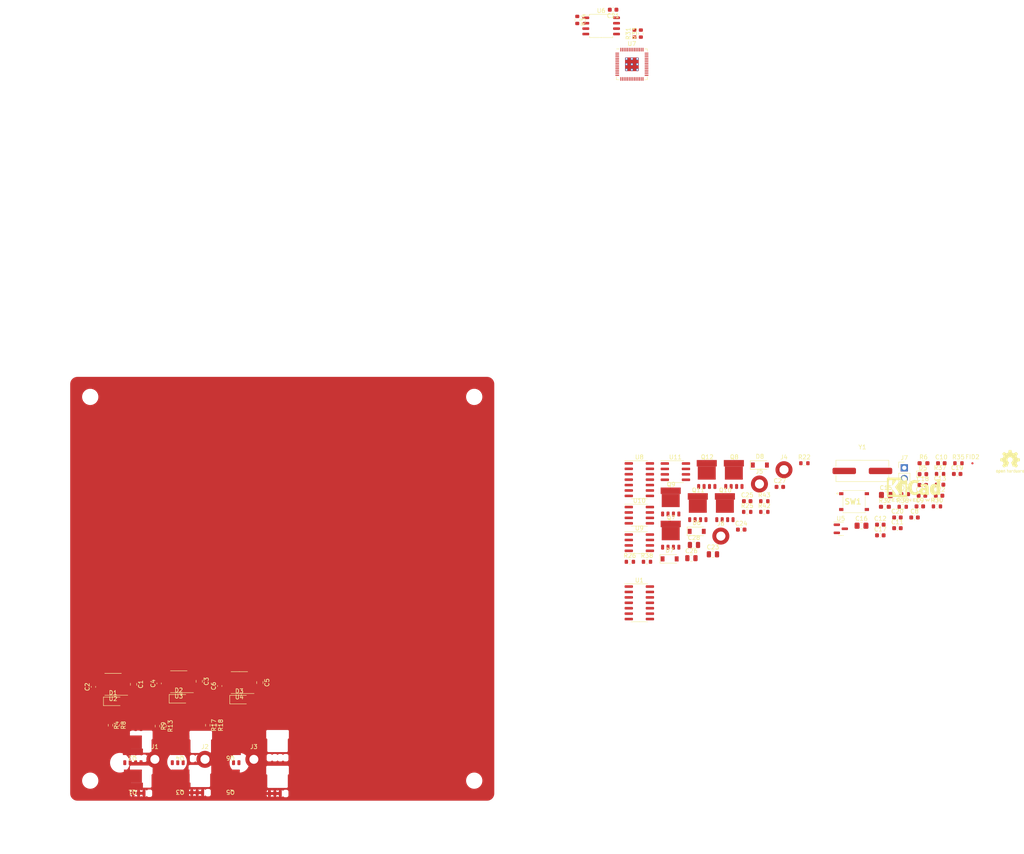
<source format=kicad_pcb>
(kicad_pcb (version 20211014) (generator pcbnew)
  (layers (0 "F.Cu" signal) (31 "B.Cu" power) (34 "B.Paste" user) (35 "F.Paste" user) (36 "B.SilkS" user "B.Silkscreen") (37 "F.SilkS" user "F.Silkscreen") (38 "B.Mask" user) (39 "F.Mask" user) (44 "Edge.Cuts" user))
  (net 0 "")
  (net 1 "+3V3")
  (net 2 "GND")
  (net 3 "+15V")
  (net 4 "+1V1")
  (net 5 "Net-(C2-Pad1)")
  (net 6 "/RP2040/XIN")
  (net 7 "/RP2040/XOUT-raw")
  (net 8 "/RP2040/RUN")
  (net 9 "/RP2040/GPIO25-led")
  (net 10 "Net-(C4-Pad1)")
  (net 11 "Net-(C6-Pad1)")
  (net 12 "/RP2040/V_ADC")
  (net 13 "Net-(C25-Pad1)")
  (net 14 "Net-(C27-Pad1)")
  (net 15 "Net-(D5-Pad2)")
  (net 16 "/RP2040/GPIO25")
  (net 17 "D+")
  (net 18 "/RP2040/USB+")
  (net 19 "D-")
  (net 20 "/RP2040/USB-")
  (net 21 "/RP2040/XOUT")
  (net 22 "/RP2040/~{USB_BOOT}")
  (net 23 "Net-(Q1-Pad3)")
  (net 24 "Net-(Q2-Pad3)")
  (net 25 "Net-(Q3-Pad3)")
  (net 26 "Net-(Q4-Pad3)")
  (net 27 "Net-(Q5-Pad3)")
  (net 28 "Net-(Q6-Pad3)")
  (net 29 "Net-(Q7-Pad3)")
  (net 30 "Net-(Q8-Pad3)")
  (net 31 "Net-(Q9-Pad3)")
  (net 32 "Net-(Q10-Pad3)")
  (net 33 "Net-(Q11-Pad3)")
  (net 34 "Net-(Q12-Pad3)")
  (net 35 "Net-(R4-Pad1)")
  (net 36 "Net-(R10-Pad1)")
  (net 37 "Net-(R12-Pad1)")
  (net 38 "Net-(R22-Pad1)")
  (net 39 "Net-(R28-Pad1)")
  (net 40 "Net-(R29-Pad1)")
  (net 41 "Net-(R38-Pad1)")
  (net 42 "Net-(R42-Pad1)")
  (net 43 "Net-(R43-Pad1)")
  (net 44 "Net-(R5-Pad2)")
  (net 45 "Net-(R1-Pad1)")
  (net 46 "Net-(R17-Pad1)")
  (net 47 "/ESC1/Current_Out")
  (net 48 "/RP2040/GPIO0")
  (net 49 "/RP2040/GPIO1")
  (net 50 "/RP2040/GPIO2")
  (net 51 "/RP2040/GPIO3")
  (net 52 "/RP2040/GPIO4")
  (net 53 "/RP2040/GPIO5")
  (net 54 "/RP2040/GPIO6")
  (net 55 "/RP2040/GPIO7")
  (net 56 "/RP2040/GPIO8")
  (net 57 "/RP2040/GPIO9")
  (net 58 "/RP2040/GPIO10")
  (net 59 "/RP2040/GPIO11")
  (net 60 "/RP2040/GPIO12")
  (net 61 "/RP2040/GPIO13")
  (net 62 "/RP2040/GPIO14")
  (net 63 "/RP2040/GPIO15")
  (net 64 "/RP2040/SWCLK")
  (net 65 "/RP2040/SWD")
  (net 66 "/RP2040/GPIO16")
  (net 67 "/RP2040/GPIO17")
  (net 68 "/RP2040/GPIO18")
  (net 69 "/RP2040/GPIO19")
  (net 70 "/RP2040/GPIO20")
  (net 71 "/RP2040/GPIO21")
  (net 72 "/RP2040/GPIO22")
  (net 73 "/RP2040/GPIO23")
  (net 74 "/RP2040/GPIO24")
  (net 75 "/RP2040/GPIO26_ADC0")
  (net 76 "/RP2040/GPIO27_ADC1")
  (net 77 "/RP2040/GPIO28_ADC2")
  (net 78 "/RP2040/GPIO29_ADC3")
  (net 79 "/RP2040/QSPI_SD3")
  (net 80 "/RP2040/QSPI_SCLK")
  (net 81 "/RP2040/QSPI_SD0")
  (net 82 "/RP2040/QSPI_SD2")
  (net 83 "/RP2040/QSPI_SD1")
  (net 84 "/RP2040/QSPI_SS")
  (net 85 "Net-(R13-Pad1)")
  (net 86 "/ESC2/star2")
  (net 87 "/ESC1/star2")
  (net 88 "ESC2_VCC")
  (net 89 "/ESC2/A1")
  (net 90 "/ESC2/B1")
  (net 91 "/ESC2/C1")
  (net 92 "Net-(C24-Pad1)")
  (net 93 "/ESC1/A1")
  (net 94 "/ESC1/B1")
  (net 95 "/ESC1/C1")
  (net 96 "Net-(R8-Pad1)")
  (net 97 "Net-(R9-Pad1)")
  (net 98 "Net-(R18-Pad1)")
  (net 99 "Net-(R25-Pad1)")
  (net 100 "Net-(R26-Pad1)")
  (net 101 "Net-(R11-Pad1)")
  (net 102 "Net-(R23-Pad2)")
  (net 103 "Net-(R19-Pad1)")
  (net 104 "Net-(R27-Pad1)")
  (footprint "Fiducial:Fiducial_0.5mm_Mask1mm" (layer "F.Cu") (at 271.02 70.58)
    (fp_text reference "FID2" (at 0 -1.5) (layer "F.SilkS"))
    (fp_text value "Fiducial")
    (pad "" smd circle (at 0 0) (size 0.5 0.5) (layers "F.Cu" "F.Mask") (clearance 0.25))
  )
  (footprint "Resistor_SMD:R_0603_1608Metric" (layer "F.Cu") (at 263.43 73.07)
    (fp_text reference "R37" (at 0 -1.43) (layer "F.SilkS"))
    (fp_text value "330")
    (pad "1" smd roundrect (at -0.825 0) (size 0.8 0.95) (layers "F.Cu" "F.Paste" "F.Mask") (net 15 "Net-(D5-Pad2)"))
    (pad "2" smd roundrect (at 0.825 0) (size 0.8 0.95) (layers "F.Cu" "F.Paste" "F.Mask") (net 1 "+3V3"))
  )
  (footprint "SamacSys_Parts:PTS526SK15SMTR2LFS" (layer "F.Cu") (at 243.275 79.555)
    (fp_text reference "SW1" (at -0.25 0) (layer "F.SilkS") (effects (font (size 1.27 1.27) (thickness 0.254))))
    (fp_text value "SW_SPST" hide)
    (pad "1" smd rect (at 3 -1.85 90) (size 0.7 1) (layers "F.Cu" "F.Paste" "F.Mask") (net 2 "GND"))
    (pad "1" smd rect (at -3 -1.85 90) (size 0.7 1) (layers "F.Cu" "F.Paste" "F.Mask") (net 2 "GND"))
    (pad "2" smd rect (at 3 1.85 90) (size 0.7 1) (layers "F.Cu" "F.Paste" "F.Mask") (net 8 "/RP2040/RUN"))
    (pad "2" smd rect (at -3 1.85 90) (size 0.7 1) (layers "F.Cu" "F.Paste" "F.Mask") (net 8 "/RP2040/RUN"))
  )
  (footprint "Mounting_Wuerth:Mounting_Wuerth_WA-SMSI-M1.6_H1.5mm_9774015633" (layer "F.Cu") (at 91.13934 140)
    (fp_text reference "J2" (at 0 -2.95) (layer "F.SilkS"))
    (fp_text value "B")
    (pad "" np_thru_hole circle (at 0 0) (size 2.1 2.1) (drill 2.1) (layers *.Cu *.Mask))
    (pad "1" smd circle (at 0 -1.525) (size 0.55 0.55) (layers "F.Cu") (net 90 "/ESC2/B1"))
    (pad "1" smd custom (at 1.525 0) (size 0.55 0.55) (layers "F.Cu" "F.Mask") (net 90 "/ESC2/B1") (options (clearance outline) (anchor circle)) (primitives (gr_circle (center -1.525 0) (end 0 0) (width 0.95) (fill none))))
    (pad "1" smd circle (at -1.525 0) (size 0.55 0.55) (layers "F.Cu") (net 90 "/ESC2/B1"))
    (pad "1" smd circle (at 0 1.525) (size 0.55 0.55) (layers "F.Cu") (net 90 "/ESC2/B1"))
  )
  (footprint "Resistor_SMD:R_0603_1608Metric" (layer "F.Cu") (at 93.4 132 -90)
    (fp_text reference "R18" (at 0 -1.43 90) (layer "F.SilkS"))
    (fp_text value "22")
    (pad "1" smd roundrect (at -0.825 0 270) (size 0.8 0.95) (layers "F.Cu" "F.Paste" "F.Mask") (net 98 "Net-(R18-Pad1)"))
    (pad "2" smd roundrect (at 0.825 0 270) (size 0.8 0.95) (layers "F.Cu" "F.Paste" "F.Mask") (net 28 "Net-(Q6-Pad3)"))
  )
  (footprint "Mounting_Wuerth:Mounting_Wuerth_WA-SMSI-M1.6_H1.5mm_9774015633" (layer "F.Cu") (at 79.4 140)
    (fp_text reference "J1" (at 0 -2.95) (layer "F.SilkS"))
    (fp_text value "A")
    (pad "" np_thru_hole circle (at 0 0) (size 2.1 2.1) (drill 2.1) (layers *.Cu *.Mask))
    (pad "1" smd circle (at 0 -1.525) (size 0.55 0.55) (layers "F.Cu") (net 89 "/ESC2/A1"))
    (pad "1" smd circle (at -1.525 0) (size 0.55 0.55) (layers "F.Cu") (net 89 "/ESC2/A1"))
    (pad "1" smd custom (at 1.525 0) (size 0.55 0.55) (layers "F.Cu" "F.Mask") (net 89 "/ESC2/A1") (options (clearance outline) (anchor circle)) (primitives (gr_circle (center -1.525 0) (end 0 0) (width 0.95) (fill none))))
    (pad "1" smd circle (at 0 1.525) (size 0.55 0.55) (layers "F.Cu") (net 89 "/ESC2/A1"))
  )
  (footprint "Z_mycustom_footprint_lib:DFN-8_(5x6)" (layer "F.Cu") (at 85.4 146.235 180)
    (fp_text reference "Q3" (at 0.1 -1.45 180 unlocked) (layer "F.SilkS"))
    (fp_text value "HYG025N06LS1C2")
    (pad "1" smd rect (at 0 0 180) (size 4.71 1.51) (layers "F.Cu" "F.Mask") (net 88 "ESC2_VCC"))
    (pad "1" smd rect (at 0 2.286 180) (size 4.21 3.1) (layers "F.Cu" "F.Mask") (net 88 "ESC2_VCC"))
    (pad "2" smd roundrect (at 0.64 5.45 180) (size 0.7 1.15) (layers "F.Cu" "F.Paste" "F.Mask") (net 90 "/ESC2/B1"))
    (pad "2" smd roundrect (at -1.9 5.45 180) (size 0.7 1.15) (layers "F.Cu" "F.Paste" "F.Mask") (net 90 "/ESC2/B1"))
    (pad "2" smd roundrect (at -0.63 5.45 180) (size 0.7 1.15) (layers "F.Cu" "F.Paste" "F.Mask") (net 90 "/ESC2/B1"))
    (pad "3" smd roundrect (at 1.91 5.45 180) (size 0.7 1.15) (layers "F.Cu" "F.Paste" "F.Mask") (net 25 "Net-(Q3-Pad3)"))
  )
  (footprint "Z_mycustom_footprint_lib:DFN-8_(5x6)" (layer "F.Cu") (at 74.25 146.235 180)
    (fp_text reference "Q1" (at 0.1 -1.45 180 unlocked) (layer "F.SilkS"))
    (fp_text value "HYG025N06LS1C2")
    (pad "1" smd rect (at 0 0 180) (size 4.71 1.51) (layers "F.Cu" "F.Mask") (net 88 "ESC2_VCC"))
    (pad "1" smd rect (at 0 2.286 180) (size 4.21 3.1) (layers "F.Cu" "F.Mask") (net 88 "ESC2_VCC"))
    (pad "2" smd roundrect (at -1.9 5.45 180) (size 0.7 1.15) (layers "F.Cu" "F.Paste" "F.Mask") (net 89 "/ESC2/A1"))
    (pad "2" smd roundrect (at -0.63 5.45 180) (size 0.7 1.15) (layers "F.Cu" "F.Paste" "F.Mask") (net 89 "/ESC2/A1"))
    (pad "2" smd roundrect (at 0.64 5.45 180) (size 0.7 1.15) (layers "F.Cu" "F.Paste" "F.Mask") (net 89 "/ESC2/A1"))
    (pad "3" smd roundrect (at 1.91 5.45 180) (size 0.7 1.15) (layers "F.Cu" "F.Paste" "F.Mask") (net 23 "Net-(Q1-Pad3)"))
  )
  (footprint "Capacitor_SMD:C_0805_2012Metric" (layer "F.Cu") (at 104 122 -90)
    (fp_text reference "C5" (at 0 -1.68 90) (layer "F.SilkS"))
    (fp_text value "10u@50V")
    (pad "1" smd roundrect (at -0.95 0 270) (size 1 1.45) (layers "F.Cu" "F.Paste" "F.Mask") (net 2 "GND"))
    (pad "2" smd roundrect (at 0.95 0 270) (size 1 1.45) (layers "F.Cu" "F.Paste" "F.Mask") (net 3 "+15V"))
  )
  (footprint "Resistor_SMD:R_0603_1608Metric_Pad0.98x0.95mm_HandSolder" (layer "F.Cu") (at 250.5 80.77)
    (fp_text reference "R32" (at 0 -1.43) (layer "F.SilkS"))
    (fp_text value "DNF")
    (pad "1" smd roundrect (at -0.9125 0) (size 0.975 0.95) (layers "F.Cu" "F.Paste" "F.Mask") (net 1 "+3V3"))
    (pad "2" smd roundrect (at 0.9125 0) (size 0.975 0.95) (layers "F.Cu" "F.Paste" "F.Mask") (net 84 "/RP2040/QSPI_SS"))
  )
  (footprint "Z_mycustom_footprint_lib:DFN-8_(5x6)" (layer "F.Cu") (at 206.65 78.34)
    (fp_text reference "Q11" (at 0.1 -1.45 unlocked) (layer "F.SilkS"))
    (fp_text value "HYG025N06LS1C2")
    (pad "1" smd rect (at 0 2.286) (size 4.21 3.1) (layers "F.Cu" "F.Mask") (net 88 "ESC2_VCC"))
    (pad "1" smd rect (at 0 0) (size 4.71 1.51) (layers "F.Cu" "F.Mask") (net 88 "ESC2_VCC"))
    (pad "2" smd roundrect (at -0.63 5.45) (size 0.7 1.15) (layers "F.Cu" "F.Paste" "F.Mask") (net 95 "/ESC1/C1"))
    (pad "2" smd roundrect (at -1.9 5.45) (size 0.7 1.15) (layers "F.Cu" "F.Paste" "F.Mask") (net 95 "/ESC1/C1"))
    (pad "2" smd roundrect (at 0.64 5.45) (size 0.7 1.15) (layers "F.Cu" "F.Paste" "F.Mask") (net 95 "/ESC1/C1"))
    (pad "3" smd roundrect (at 1.91 5.45) (size 0.7 1.15) (layers "F.Cu" "F.Paste" "F.Mask") (net 33 "Net-(Q11-Pad3)"))
  )
  (footprint "Resistor_SMD:R_0603_1608Metric" (layer "F.Cu") (at 70.6 132 -90)
    (fp_text reference "R8" (at 0 -1.43 90) (layer "F.SilkS"))
    (fp_text value "22")
    (pad "1" smd roundrect (at -0.825 0 270) (size 0.8 0.95) (layers "F.Cu" "F.Paste" "F.Mask") (net 96 "Net-(R8-Pad1)"))
    (pad "2" smd roundrect (at 0.825 0 270) (size 0.8 0.95) (layers "F.Cu" "F.Paste" "F.Mask") (net 24 "Net-(Q2-Pad3)"))
  )
  (footprint "Resistor_SMD:R_0603_1608Metric" (layer "F.Cu") (at 178.4 -33.4 -90)
    (fp_text reference "R34" (at 0 -1.43 90) (layer "F.SilkS"))
    (fp_text value "1k")
    (pad "1" smd roundrect (at -0.825 0 270) (size 0.8 0.95) (layers "F.Cu" "F.Paste" "F.Mask") (net 84 "/RP2040/QSPI_SS"))
    (pad "2" smd roundrect (at 0.825 0 270) (size 0.8 0.95) (layers "F.Cu" "F.Paste" "F.Mask") (net 22 "/RP2040/~{USB_BOOT}"))
  )
  (footprint "Capacitor_SMD:C_0603_1608Metric" (layer "F.Cu") (at 253.44 85.79)
    (fp_text reference "C11" (at 0 -1.43) (layer "F.SilkS"))
    (fp_text value "100n")
    (pad "1" smd roundrect (at -0.775 0) (size 0.9 0.95) (layers "F.Cu" "F.Paste" "F.Mask") (net 1 "+3V3"))
    (pad "2" smd roundrect (at 0.775 0) (size 0.9 0.95) (layers "F.Cu" "F.Paste" "F.Mask") (net 2 "GND"))
  )
  (footprint "LED_SMD:LED_0603_1608Metric" (layer "F.Cu") (at 259.42 73.11)
    (fp_text reference "D5" (at 0 -1.43) (layer "F.SilkS"))
    (fp_text value "led")
    (pad "1" smd roundrect (at -0.7875 0) (size 0.875 0.95) (layers "F.Cu" "F.Paste" "F.Mask") (net 2 "GND"))
    (pad "2" smd roundrect (at 0.7875 0) (size 0.875 0.95) (layers "F.Cu" "F.Paste" "F.Mask") (net 15 "Net-(D5-Pad2)"))
  )
  (footprint "Resistor_SMD:R_0603_1608Metric" (layer "F.Cu") (at 191.8 -30.2 90)
    (fp_text reference "R31" (at 0 -1.43 90) (layer "F.SilkS"))
    (fp_text value "27")
    (pad "1" smd roundrect (at -0.825 0 90) (size 0.8 0.95) (layers "F.Cu" "F.Paste" "F.Mask") (net 18 "/RP2040/USB+"))
    (pad "2" smd roundrect (at 0.825 0 90) (size 0.8 0.95) (layers "F.Cu" "F.Paste" "F.Mask") (net 17 "D+"))
  )
  (footprint "Symbol:OSHW-Logo2_7.3x6mm_SilkScreen" (layer "F.Cu") (at 279.845714 70.217714)
    (fp_text reference "FID4" hide)
    (fp_text value "Fiducial" hide)
  )
  (footprint "Z_mycustom_footprint_lib:10x10_cm" (layer "F.Cu") (at 109.35 103.9)
    (fp_text reference "FID1" hide)
    (fp_text value "Fiducial" hide)
    (fp_line (start -50.1 -51.9) (end -50.1 44.1) (layer "Edge.Cuts") (width 0.01))
    (fp_line (start -48.1 46.1) (end 47.9 46.1) (layer "Edge.Cuts") (width 0.01))
    (fp_line (start 49.9 -51.9) (end 49.9 44.1) (layer "Edge.Cuts") (width 0.01))
    (fp_line (start -48.1 -53.9) (end 47.9 -53.9) (layer "Edge.Cuts") (width 0.01))
    (fp_arc (start -48.1 46.1) (mid -49.514214 45.514214) (end -50.1 44.1) (layer "Edge.Cuts") (width 0.01))
    (fp_arc (start -50.1 -51.9) (mid -49.514214 -53.314214) (end -48.1 -53.9) (layer "Edge.Cuts") (width 0.01))
    (fp_arc (start 47.9 -53.9) (mid 49.314214 -53.314214) (end 49.9 -51.9) (layer "Edge.Cuts") (width 0.01))
    (fp_arc (start 49.9 44.1) (mid 49.314214 45.514214) (end 47.9 46.1) (layer "Edge.Cuts") (width 0.01))
    (pad "" np_thru_hole circle locked (at -45.1 -48.9) (size 3.2 3.2) (drill 3.2) (layers *.Mask "F.Cu" "In1.Cu" "B.Cu"))
    (pad "" np_thru_hole circle locked (at 44.9 -48.9) (size 3.2 3.2) (drill 3.2) (layers *.Mask "F.Cu" "In1.Cu" "B.Cu"))
    (pad "" np_thru_hole circle locked (at -45.1 41.1) (size 3.2 3.2) (drill 3.2) (layers *.Mask "F.Cu" "In1.Cu" "B.Cu"))
    (pad "" np_thru_hole circle locked (at 44.9 41.1) (size 3.2 3.2) (drill 3.2) (layers *.Mask "F.Cu" "In1.Cu" "B.Cu"))
  )
  (footprint "Z_mycustom_footprint_lib:DFN-8_(5x6)" (layer "F.Cu") (at 200.3 84.79)
    (fp_text reference "Q7" (at 0.1 -1.45 unlocked) (layer "F.SilkS"))
    (fp_text value "HYG025N06LS1C2")
    (pad "1" smd rect (at 0 0) (size 4.71 1.51) (layers "F.Cu" "F.Mask") (net 88 "ESC2_VCC"))
    (pad "1" smd rect (at 0 2.286) (size 4.21 3.1) (layers "F.Cu" "F.Mask") (net 88 "ESC2_VCC"))
    (pad "2" smd roundrect (at 0.64 5.45) (size 0.7 1.15) (layers "F.Cu" "F.Paste" "F.Mask") (net 93 "/ESC1/A1"))
    (pad "2" smd roundrect (at -0.63 5.45) (size 0.7 1.15) (layers "F.Cu" "F.Paste" "F.Mask") (net 93 "/ESC1/A1"))
    (pad "2" smd roundrect (at -1.9 5.45) (size 0.7 1.15) (layers "F.Cu" "F.Paste" "F.Mask") (net 93 "/ESC1/A1"))
    (pad "3" smd roundrect (at 1.91 5.45) (size 0.7 1.15) (layers "F.Cu" "F.Paste" "F.Mask") (net 29 "Net-(Q7-Pad3)"))
  )
  (footprint "Capacitor_SMD:C_0603_1608Metric" (layer "F.Cu") (at 267.44 73.07)
    (fp_text reference "C19" (at 0 -1.43) (layer "F.SilkS"))
    (fp_text value "100n")
    (pad "1" smd roundrect (at -0.775 0) (size 0.9 0.95) (layers "F.Cu" "F.Paste" "F.Mask") (net 12 "/RP2040/V_ADC"))
    (pad "2" smd roundrect (at 0.775 0) (size 0.9 0.95) (layers "F.Cu" "F.Paste" "F.Mask") (net 2 "GND"))
  )
  (footprint "Package_TO_SOT_SMD:SOT-23" (layer "F.Cu") (at 240.17 85.93)
    (fp_text reference "U5" (at 0 -2.4) (layer "F.SilkS"))
    (fp_text value "LM4040DBZ-3.0")
    (pad "1" smd roundrect (at -0.9375 -0.95) (size 1.475 0.6) (layers "F.Cu" "F.Paste" "F.Mask") (net 12 "/RP2040/V_ADC"))
    (pad "2" smd roundrect (at -0.9375 0.95) (size 1.475 0.6) (layers "F.Cu" "F.Paste" "F.Mask") (net 2 "GND"))
    (pad "3" smd roundrect (at 0.9375 0) (size 1.475 0.6) (layers "F.Cu" "F.Paste" "F.Mask"))
  )
  (footprint "Resistor_SMD:R_0603_1608Metric" (layer "F.Cu") (at 69 132 -90)
    (fp_text reference "R4" (at 0 -1.43 90) (layer "F.SilkS"))
    (fp_text value "22")
    (pad "1" smd roundrect (at -0.825 0 270) (size 0.8 0.95) (layers "F.Cu" "F.Paste" "F.Mask") (net 35 "Net-(R4-Pad1)"))
    (pad "2" smd roundrect (at 0.825 0 270) (size 0.8 0.95) (layers "F.Cu" "F.Paste" "F.Mask") (net 23 "Net-(Q1-Pad3)"))
  )
  (footprint "Capacitor_SMD:C_0805_2012Metric" (layer "F.Cu") (at 205.75 89.72)
    (fp_text reference "C28" (at 0 -1.68) (layer "F.SilkS"))
    (fp_text value "10u@50V")
    (pad "1" smd roundrect (at -0.95 0) (size 1 1.45) (layers "F.Cu" "F.Paste" "F.Mask") (net 2 "GND"))
    (pad "2" smd roundrect (at 0.95 0) (size 1 1.45) (layers "F.Cu" "F.Paste" "F.Mask") (net 3 "+15V"))
  )
  (footprint "Mounting_Wuerth:Mounting_Wuerth_WA-SMSI-M1.6_H1.5mm_9774015633" (layer "F.Cu") (at 102.6 140)
    (fp_text reference "J3" (at 0 -2.95) (layer "F.SilkS"))
    (fp_text value "C")
    (pad "" np_thru_hole circle (at 0 0) (size 2.1 2.1) (drill 2.1) (layers *.Cu *.Mask))
    (pad "1" smd custom (at 1.525 0) (size 0.55 0.55) (layers "F.Cu" "F.Mask") (net 91 "/ESC2/C1") (options (clearance outline) (anchor circle)) (primitives (gr_circle (center -1.525 0) (end 0 0) (width 0.95) (fill none))))
    (pad "1" smd circle (at 0 -1.525) (size 0.55 0.55) (layers "F.Cu") (net 91 "/ESC2/C1"))
    (pad "1" smd circle (at 0 1.525) (size 0.55 0.55) (layers "F.Cu") (net 91 "/ESC2/C1"))
    (pad "1" smd circle (at -1.525 0) (size 0.55 0.55) (layers "F.Cu") (net 91 "/ESC2/C1"))
  )
  (footprint "Diode_SMD:D_SOD-123" (layer "F.Cu") (at 221.2 70.98)
    (fp_text reference "D8" (at 0 -2) (layer "F.SilkS"))
    (fp_text value "B5819W_SL")
    (pad "1" smd rect (at -1.65 0) (size 0.9 1.2) (layers "F.Cu" "F.Paste" "F.Mask") (net 14 "Net-(C27-Pad1)"))
    (pad "2" smd rect (at 1.65 0) (size 0.9 1.2) (layers "F.Cu" "F.Paste" "F.Mask") (net 3 "+15V"))
  )
  (footprint "Resistor_SMD:R_0603_1608Metric" (layer "F.Cu") (at 80 132.2 -90)
    (fp_text reference "R9" (at 0 -1.43 90) (layer "F.SilkS"))
    (fp_text value "22")
    (pad "1" smd roundrect (at -0.825 0 270) (size 0.8 0.95) (layers "F.Cu" "F.Paste" "F.Mask") (net 97 "Net-(R9-Pad1)"))
    (pad "2" smd roundrect (at 0.825 0 270) (size 0.8 0.95) (layers "F.Cu" "F.Paste" "F.Mask") (net 25 "Net-(Q3-Pad3)"))
  )
  (footprint "Capacitor_SMD:C_0603_1608Metric" (layer "F.Cu") (at 94.6 122.8 90)
    (fp_text reference "C6" (at 0 -1.43 90) (layer "F.SilkS"))
    (fp_text value "10u")
    (pad "1" smd roundrect (at -0.775 0 90) (size 0.9 0.95) (layers "F.Cu" "F.Paste" "F.Mask") (net 11 "Net-(C6-Pad1)"))
    (pad "2" smd roundrect (at 0.775 0 90) (size 0.9 0.95) (layers "F.Cu" "F.Paste" "F.Mask") (net 91 "/ESC2/C1"))
  )
  (footprint "Capacitor_SMD:C_0603_1608Metric" (layer "F.Cu") (at 218.23 79.46)
    (fp_text reference "C25" (at 0 -1.43) (layer "F.SilkS"))
    (fp_text value "10u")
    (pad "1" smd roundrect (at -0.775 0) (size 0.9 0.95) (layers "F.Cu" "F.Paste" "F.Mask") (net 13 "Net-(C25-Pad1)"))
    (pad "2" smd roundrect (at 0.775 0) (size 0.9 0.95) (layers "F.Cu" "F.Paste" "F.Mask") (net 94 "/ESC1/B1"))
  )
  (footprint "Mounting_Wuerth:Mounting_Wuerth_WA-SMSI-M1.6_H1.5mm_9774015633" (layer "F.Cu") (at 212.05 87.64)
    (fp_text reference "J6" (at 0 -2.95) (layer "F.SilkS"))
    (fp_text value "C")
    (pad "" np_thru_hole circle (at 0 0) (size 2.1 2.1) (drill 2.1) (layers *.Cu *.Mask))
    (pad "1" smd circle (at 0 -1.525) (size 0.55 0.55) (layers "F.Cu") (net 95 "/ESC1/C1"))
    (pad "1" smd circle (at -1.525 0) (size 0.55 0.55) (layers "F.Cu") (net 95 "/ESC1/C1"))
    (pad "1" smd custom (at 1.525 0) (size 0.55 0.55) (layers "F.Cu" "F.Mask") (net 95 "/ESC1/C1") (options (clearance outline) (anchor circle)) (primitives (gr_circle (center -1.525 0) (end 0 0) (width 0.95) (fill none))))
    (pad "1" smd circle (at 0 1.525) (size 0.55 0.55) (layers "F.Cu") (net 95 "/ESC1/C1"))
  )
  (footprint "Capacitor_SMD:C_0603_1608Metric" (layer "F.Cu") (at 259.38 75.66)
    (fp_text reference "C18" (at 0 -1.43) (layer "F.SilkS"))
    (fp_text value "10u")
    (pad "1" smd roundrect (at -0.775 0) (size 0.9 0.95) (layers "F.Cu" "F.Paste" "F.Mask") (net 1 "+3V3"))
    (pad "2" smd roundrect (at 0.775 0) (size 0.9 0.95) (layers "F.Cu" "F.Paste" "F.Mask") (net 2 "GND"))
  )
  (footprint "Capacitor_SMD:C_0805_2012Metric" (layer "F.Cu") (at 205.15 92.82)
    (fp_text reference "C26" (at 0 -1.68) (layer "F.SilkS"))
    (fp_text value "10u@50V")
    (pad "1" smd roundrect (at -0.95 0) (size 1 1.45) (layers "F.Cu" "F.Paste" "F.Mask") (net 2 "GND"))
    (pad "2" smd roundrect (at 0.95 0) (size 1 1.45) (layers "F.Cu" "F.Paste" "F.Mask") (net 3 "+15V"))
  )
  (footprint "Resistor_SMD:R_0603_1608Metric" (layer "F.Cu") (at 254.68 80.77)
    (fp_text reference "R36" (at 0 -1.43) (layer "F.SilkS"))
    (fp_text value "330")
    (pad "1" smd roundrect (at -0.825 0) (size 0.8 0.95) (layers "F.Cu" "F.Paste" "F.Mask") (net 9 "/RP2040/GPIO25-led"))
    (pad "2" smd roundrect (at 0.825 0) (size 0.8 0.95) (layers "F.Cu" "F.Paste" "F.Mask") (net 16 "/RP2040/GPIO25"))
  )
  (footprint "Z_mycustom_footprint_lib:DFN-8_(5x6)" (layer "F.Cu") (at 97.2 146.235 180)
    (fp_text reference "Q5" (at 0.1 -1.45 180 unlocked) (layer "F.SilkS"))
    (fp_text value "HYG025N06LS1C2")
    (pad "1" smd rect (at 0 2.286 180) (size 4.21 3.1) (layers "F.Cu" "F.Mask") (net 88 "ESC2_VCC"))
    (pad "1" smd rect (at 0 0 180) (size 4.71 1.51) (layers "F.Cu" "F.Mask") (net 88 "ESC2_VCC"))
    (pad "2" smd roundrect (at 0.64 5.45 180) (size 0.7 1.15) (layers "F.Cu" "F.Paste" "F.Mask") (net 91 "/ESC2/C1"))
    (pad "2" smd roundrect (at -0.63 5.45 180) (size 0.7 1.15) (layers "F.Cu" "F.Paste" "F.Mask") (net 91 "/ESC2/C1"))
    (pad "2" smd roundrect (at -1.9 5.45 180) (size 0.7 1.15) (layers "F.Cu" "F.Paste" "F.Mask") (net 91 "/ESC2/C1"))
    (pad "3" smd roundrect (at 1.91 5.45 180) (size 0.7 1.15) (layers "F.Cu" "F.Paste" "F.Mask") (net 27 "Net-(Q5-Pad3)"))
  )
  (footprint "Resistor_SMD:R_0603_1608Metric_Pad0.98x0.95mm_HandSolder" (layer "F.Cu") (at 259.55 70.56)
    (fp_text reference "R6" (at 0 -1.43) (layer "F.SilkS"))
    (fp_text value "1k")
    (pad "1" smd roundrect (at -0.9125 0) (size 0.975 0.95) (layers "F.Cu" "F.Paste" "F.Mask") (net 21 "/RP2040/XOUT"))
    (pad "2" smd roundrect (at 0.9125 0) (size 0.975 0.95) (layers "F.Cu" "F.Paste" "F.Mask") (net 7 "/RP2040/XOUT-raw"))
  )
  (footprint "Z_mycustom_footprint_lib:DFN-8_(5x6)" (layer "F.Cu") (at 213 78.34)
    (fp_text reference "Q10" (at 0.1 -1.45 unlocked) (layer "F.SilkS"))
    (fp_text value "HYG025N06LS1C2")
    (pad "1" smd rect (at 0 0) (size 4.71 1.51) (layers "F.Cu" "F.Mask") (net 94 "/ESC1/B1"))
    (pad "1" smd rect (at 0 2.286) (size 4.21 3.1) (layers "F.Cu" "F.Mask") (net 94 "/ESC1/B1"))
    (pad "2" smd roundrect (at 0.64 5.45) (size 0.7 1.15) (layers "F.Cu" "F.Paste" "F.Mask") (net 2 "GND"))
    (pad "2" smd roundrect (at -0.63 5.45) (size 0.7 1.15) (layers "F.Cu" "F.Paste" "F.Mask") (net 2 "GND"))
    (pad "2" smd roundrect (at -1.9 5.45) (size 0.7 1.15) (layers "F.Cu" "F.Paste" "F.Mask") (net 2 "GND"))
    (pad "3" smd roundrect (at 1.91 5.45) (size 0.7 1.15) (layers "F.Cu" "F.Paste" "F.Mask") (net 32 "Net-(Q10-Pad3)"))
  )
  (footprint "Package_SO:SOIC-14_3.9x8.7mm_P1.27mm" (layer "F.Cu") (at 192.95 74.41)
    (fp_text reference "U8" (at 0 -5.28) (layer "F.SilkS"))
    (fp_text value "LM324")
    (pad "1" smd roundrect (at -2.475 -3.81) (size 1.95 0.6) (layers "F.Cu" "F.Paste" "F.Mask") (net 47 "/ESC1/Current_Out"))
    (pad "2" smd roundrect (at -2.475 -2.54) (size 1.95 0.6) (layers "F.Cu" "F.Paste" "F.Mask") (net 102 "Net-(R23-Pad2)"))
    (pad "3" smd roundrect (at -2.475 -1.27) (size 1.95 0.6) (layers "F.Cu" "F.Paste" "F.Mask") (net 103 "Net-(R19-Pad1)"))
    (pad "4" smd roundrect (at -2.475 0) (size 1.95 0.6) (layers "F.Cu" "F.Paste" "F.Mask") (net 1 "+3V3"))
    (pad "5" smd roundrect (at -2.475 1.27) (size 1.95 0.6) (layers "F.Cu" "F.Paste" "F.Mask") (net 40 "Net-(R29-Pad1)"))
    (pad "6" smd roundrect (at -2.475 2.54) (size 1.95 0.6) (layers "F.Cu" "F.Paste" "F.Mask") (net 87 "/ESC1/star2"))
    (pad "7" smd roundrect (at -2.475 3.81) (size 1.95 0.6) (layers "F.Cu" "F.Paste" "F.Mask") (net 56 "/RP2040/GPIO8"))
    (pad "8" smd roundrect (at 2.475 3.81) (size 1.95 0.6) (layers "F.Cu" "F.Paste" "F.Mask") (net 55 "/RP2040/GPIO7"))
    (pad "9" smd roundrect (at 2.475 2.54) (size 1.95 0.6) (layers "F.Cu" "F.Paste" "F.Mask") (net 87 "/ESC1/star2"))
    (pad "10" smd roundrect (at 2.475 1.27) (size 1.95 0.6) (layers "F.Cu" "F.Paste" "F.Mask") (net 39 "Net-(R28-Pad1)"))
    (pad "11" smd roundrect (at 2.475 0) (size 1.95 0.6) (layers "F.Cu" "F.Paste" "F.Mask") (net 2 "GND"))
    (pad "12" smd roundrect (at 2.475 -1.27) (size 1.95 0.6) (layers "F.Cu" "F.Paste" "F.Mask") (net 104 "Net-(R27-Pad1)"))
    (pad "13" smd roundrect (at 2.475 -2.54) (size 1.95 0.6) (layers "F.Cu" "F.Paste" "F.Mask") (net 87 "/ESC1/star2"))
    (pad "14" smd roundrect (at 2.475 -3.81) (size 1.95 0.6) (layers "F.Cu" "F.Paste" "F.Mask") (net 54 "/RP2040/GPIO6"))
  )
  (footprint "Diode_SMD:D_SOD-123" (layer "F.Cu") (at 206.4 86.54)
    (fp_text reference "D6" (at 0 -2) (layer "F.SilkS"))
    (fp_text value "B5819W_SL")
    (pad "1" smd rect (at -1.65 0) (size 0.9 1.2) (layers "F.Cu" "F.Paste" "F.Mask") (net 92 "Net-(C24-Pad1)"))
    (pad "2" smd rect (at 1.65 0) (size 0.9 1.2) (layers "F.Cu" "F.Paste" "F.Mask") (net 3 "+15V"))
  )
  (footprint "RP2040_minimal:RP2040-QFN-56" (layer "F.Cu") (at 191.2 -23)
    (fp_text reference "U7" (at 0 -4.82) (layer "F.SilkS"))
    (fp_text value "RP2040")
    (pad "1" smd roundrect (at -3.4375 -2.6) (size 0.875 0.2) (layers "F.Cu" "F.Paste" "F.Mask") (net 1 "+3V3"))
    (pad "2" smd roundrect (at -3.4375 -2.2) (size 0.875 0.2) (layers "F.Cu" "F.Paste" "F.Mask") (net 48 "/RP2040/GPIO0"))
    (pad "3" smd roundrect (at -3.4375 -1.8) (size 0.875 0.2) (layers "F.Cu" "F.Paste" "F.Mask") (net 49 "/RP2040/GPIO1"))
    (pad "4" smd roundrect (at -3.4375 -1.4) (size 0.875 0.2) (layers "F.Cu" "F.Paste" "F.Mask") (net 50 "/RP2040/GPIO2"))
    (pad "5" smd roundrect (at -3.4375 -1) (size 0.875 0.2) (layers "F.Cu" "F.Paste" "F.Mask") (net 51 "/RP2040/GPIO3"))
    (pad "6" smd roundrect (at -3.4375 -0.6) (size 0.875 0.2) (layers "F.Cu" "F.Paste" "F.Mask") (net 52 "/RP2040/GPIO4"))
    (pad "7" smd roundrect (at -3.4375 -0.2) (size 0.875 0.2) (layers "F.Cu" "F.Paste" "F.Mask") (net 53 "/RP2040/GPIO5"))
    (pad "8" smd roundrect (at -3.4375 0.2) (size 0.875 0.2) (layers "F.Cu" "F.Paste" "F.Mask") (net 54 "/RP2040/GPIO6"))
    (pad "9" smd roundrect (at -3.4375 0.6) (size 0.875 0.2) (layers "F.Cu" "F.Paste" "F.Mask") (net 55 "/RP2040/GPIO7"))
    (pad "10" smd roundrect (at -3.4375 1) (size 0.875 0.2) (layers "F.Cu" "F.Paste" "F.Mask") (net 1 "+3V3"))
    (pad "11" smd roundrect (at -3.4375 1.4) (size 0.875 0.2) (layers "F.Cu" "F.Paste" "F.Mask") (net 56 "/RP2040/GPIO8"))
    (pad "12" smd roundrect (at -3.4375 1.8) (size 0.875 0.2) (layers "F.Cu" "F.Paste" "F.Mask") (net 57 "/RP2040/GPIO9"))
    (pad "13" smd roundrect (at -3.4375 2.2) (size 0.875 0.2) (layers "F.Cu" "F.Paste" "F.Mask") (net 58 "/RP2040/GPIO10"))
    (pad "14" smd roundrect (at -3.4375 2.6) (size 0.875 0.2) (layers "F.Cu" "F.Paste" "F.Mask") (net 59 "/RP2040/GPIO11"))
    (pad "15" smd roundrect (at -2.6 3.4375) (size 0.2 0.875) (layers "F.Cu" "F.Paste" "F.Mask") (net 60 "/RP2040/GPIO12"))
    (pad "16" smd roundrect (at -2.2 3.4375) (size 0.2 0.875) (layers "F.Cu" "F.Paste" "F.Mask") (net 61 "/RP2040/GPIO13"))
    (pad "17" smd roundrect (at -1.8 3.4375) (size 0.2 0.875) (layers "F.Cu" "F.Paste" "F.Mask") (net 62 "/RP2040/GPIO14"))
    (pad "18" smd roundrect (at -1.4 3.4375) (size 0.2 0.875) (layers "F.Cu" "F.Paste" "F.Mask") (net 63 "/RP2040/GPIO15"))
    (pad "19" smd roundrect (at -1 3.4375) (size 0.2 0.875) (layers "F.Cu" "F.Paste" "F.Mask") (net 2 "GND"))
    (pad "20" smd roundrect (at -0.6 3.4375) (size 0.2 0.875) (layers "F.Cu" "F.Paste" "F.Mask") (net 6 "/RP2040/XIN"))
    (pad "21" smd roundrect (at -0.2 3.4375) (size 0.2 0.875) (layers "F.Cu" "F.Paste" "F.Mask") (net 21 "/RP2040/XOUT"))
    (pad "22" smd roundrect (at 0.2 3.4375) (size 0.2 0.875) (layers "F.Cu" "F.Paste" "F.Mask") (net 1 "+3V3"))
    (pad "23" smd roundrect (at 0.6 3.4375) (size 0.2 0.875) (layers "F.Cu" "F.Paste" "F.Mask") (net 4 "+1V1"))
    (pad "24" smd roundrect (at 1 3.4375) (size 0.2 0.875) (layers "F.Cu" "F.Paste" "F.Mask") (net 64 "/RP2040/SWCLK"))
    (pad "25" smd roundrect (at 1.4 3.4375) (size 0.2 0.875) (layers "F.Cu" "F.Paste" "F.Mask") (net 65 "/RP2040/SWD"))
    (pad "26" smd roundrect (at 1.8 3.4375) (size 0.2 0.875) (layers "F.Cu" "F.Paste" "F.Mask") (net 8 "/RP2040/RUN"))
    (pad "27" smd roundrect (at 2.2 3.4375) (size 0.2 0.875) (layers "F.Cu" "F.Paste" "F.Mask") (net 66 "/RP2040/GPIO16"))
    (pad "28" smd roundrect (at 2.6 3.4375) (size 0.2 0.875) (layers "F.Cu" "F.Paste" "F.Mask") (net 67 "/RP2040/GPIO17"))
    (pad "29" smd roundrect (at 3.4375 2.6) (size 0.875 0.2) (layers "F.Cu" "F.Paste" "F.Mask") (net 68 "/RP2040/GPIO18"))
    (pad "30" smd roundrect (at 3.4375 2.2) (size 0.875 0.2) (layers "F.Cu" "F.Paste" "F.Mask") (net 69 "/RP2040/GPIO19"))
    (pad "31" smd roundrect (at 3.4375 1.8) (size 0.875 0.2) (layers "F.Cu" "F.Paste" "F.Mask") (net 70 "/RP2040/GPIO20"))
    (pad "32" smd roundrect (at 3.4375 1.4) (size 0.875 0.2) (layers "F.Cu" "F.Paste" "F.Mask") (net 71 "/RP2040/GPIO21"))
    (pad "33" smd roundrect (at 3.4375 1) (size 0.875 0.2) (layers "F.Cu" "F.Paste" "F.Mask") (net 1 "+3V3"))
    (pad "34" smd roundrect (at 3.4375 0.6) (size 0.875 0.2) (layers "F.Cu" "F.Paste" "F.Mask") (net 72 "/RP2040/GPIO22"))
    (pad "35" smd roundrect (at 3.4375 0.2) (size 0.875 0.2) (layers "F.Cu" "F.Paste" "F.Mask") (net 73 "/RP2040/GPIO23"))
    (pad "36" smd roundrect (at 3.4375 -0.2) (size 0.875 0.2) (layers "F.Cu" "F.Paste" "F.Mask") (net 74 "/RP2040/GPIO24"))
    (pad "37" smd roundrect (at 3.4375 -0.6) (size 0.875 0.2) (layers "F.Cu" "F.Paste" "F.Mask") (net 16 "/RP2040/GPIO25"))
    (pad "38" smd roundrect (at 3.4375 -1) (size 0.875 0.2) (layers "F.Cu" "F.Paste" "F.Mask") (net 75 "/RP2040/GPIO26_ADC0"))
    (pad "39" smd roundrect (at 3.4375 -1.4) (size 0.875 0.2) (layers "F.Cu" "F.Paste" "F.Mask") (net 76 "/RP2040/GPIO27_ADC1"))
    (pad "40" smd roundrect (at 3.4375 -1.8) (size 0.875 0.2) (layers "F.Cu" "F.Paste" "F.Mask") (net 77 "/RP2040/GPIO28_ADC2"))
    (pad "41" smd roundrect (at 3.4375 -2.2) (size 0.875 0.2) (layers "F.Cu" "F.Paste" "F.Mask") (net 78 "/RP2040/GPIO29_ADC3"))
    (pad "42" smd roundrect (at 3.4375 -2.6) (size 0.875 0.2) (layers "F.Cu" "F.Paste" "F.Mask") (net 1 "+3V3"))
    (pad "43" smd roundrect (at 2.6 -3.4375) (size 0.2 0.875) (layers "F.Cu" "F.Paste" "F.Mask") (net 12 "/RP2040/V_ADC"))
    (pad "44" smd roundrect (at 2.2 -3.4375) (size 0.2 0.875) (layers "F.Cu" "F.Paste" "F.Mask") (net 1 "+3V3"))
    (pad "45" smd roundrect (at 1.8 -3.4375) (size 0.2 0.875) (layers "F.Cu" "F.Paste" "F.Mask") (net 4 "+1V1"))
    (pad "46" smd roundrect (at 1.4 -3.4375) (size 0.2 0.875) (layers "F.Cu" "F.Paste" "F.Mask") (net 20 "/RP2040/USB-"))
    (pad "47" smd roundrect (at 1 -3.4375) (size 0.2 0.875) (layers "F.Cu" "F.Paste" "F.Mask") (net 18 "/RP2040/USB+"))
    (pad "48" smd roundrect (at 0.6 -3.4375) (size 0.2 0.875) (layers "F.Cu" "F.Paste" "F.Mask") (net 1 "+3V3"))
    (pad "49" smd roundrect (at 0.2 -3.4375) (size 0.2 0.875) (layers "F.Cu" "F.Paste" "F.Mask") (net 1 "+3V3"))
    (pad "50" smd roundrect (at -0.2 -3.4375) (size 0.2 0.875) (layers "F.Cu" "F.Paste" "F.Mask") (net 4 "+1V1"))
    (pad "51" smd roundrect (at -0.6 -3.4375) (size 0.2 0.875) (layers "F.Cu" "F.Paste" "F.Mask") (net 79 "/RP2040/QSPI_SD3"))
    (pad "52" smd roundrect (at -1 -3.4375) (size 0.2 0.875) (layers "F.Cu" "F.Paste" "F.Mask") (net 80 "/RP2040/QSPI_SCLK"))
    (pad "53" smd roundrect (at -1.4 -3.4375) (size 0.2 0.875) (layers "F.Cu" "F.Paste" "F.Mask") (net 81 "/RP2040/QSPI_SD0"))
    (pad "54" smd roundrect (at -1.8 -3.4375) (size 0.2 0.875) (layers "F.Cu" "F.Paste" "F.Mask") (net 82 "/RP2040/QSPI_SD2"))
    (pad "55" smd roundrect (at -2.2 -3.4375) (size 0.2 0.875) (layers "F.Cu" "F.Paste" "F.Mask") (net 83 "/RP2040/QSPI_SD1"))
    (pad "56" smd roundrect (at -2.6 -3.4375) (size 0.2 0.875) (layers "F.Cu" "F.Paste" "F.Mask") (net 84 "/RP2040/QSPI_SS"))
    (pad "57" thru_hole circle (at 0 1.275) (size 0.6 0.6) (drill 0.35) (layers *.Cu) (net 2 "GND"))
    (pad "57" thru_hole circle (at 0 0) (size 0.6 0.6) (drill 0.35) (layers *.Cu) (net 2 "GND"))
    (pad "57" thru_hole circle (at 1.275 -1.275) (size 0.6 0.6) (drill 0.35) (layers *.Cu) (net 2 "GND"))
    (pad "57" thru_hole circle (at 1.275 0) (size 0.6 0.6) (drill 0.35) (layers *.Cu) (net 2 "GND"))
    (pad "57" thru_hole circle (at -1.275 1.275) (size 0.6 0.6) (drill 0.35) (layers *.Cu) (net 2 "GND"))
    (pad "57" thru_hole circle (at -1.275 -1.275) (size 0.6 0.6) (drill 0.35) (layers *.Cu) (net 2 "GND"))
    (pad "57" thru_hole circle (at 0 -1.275) (size 0.6 0.6) (drill 0.35) (layers *.Cu) (net 2 "GND"))
    (pad "57" thru_hole circle (at -1.275 0) (size 0.6 0.6) (drill 0.35) (layers *.Cu) (net 2 "GND"))
    (pad "57" smd roundrect (at 0 0) (size 3.2 3.2) (layers "F.Cu" "F.Mask") (roundrect_rratio 0.045) (net 2 "GND"))
    (pad "57" thru_hole circle (at 1.275 1.275) (size 0.6 0.6) (drill 0.35) (layers *.Cu) (net 2 "GND"))
  )
  (footprint "Capacitor_SMD:C_0603_1608Metric" (layer "F.Cu") (at 258.69 80.68)
    (fp_text reference "C9" (at 0 -1.43) (layer "F.SilkS"))
    (fp_text value "100n")
    (pad "1" smd roundrect (at -0.775 0) (size 0.9 0.95) (layers "F.Cu" "F.Paste" "F.Mask") (net 4 "+1V1"))
    (pad "2" smd roundrect (at 0.775 0) (size 0.9 0.95) (layers "F.Cu" "F.Paste" "F.Mask") (net 2 "GND"))
  )
  (footprint "Z_mycustom_footprint_lib:DFN-8_(5x6)" (layer "F.Cu") (at 85.4 138.235 180)
    (fp_text reference "Q4" (at 0.1 -1.45 180 unlocked) (layer "F.SilkS"))
    (fp_text value "HYG025N06LS1C2")
    (pad "1" smd rect (at 0 0 180) (size 4.71 1.51) (layers "F.Cu" "F.Mask") (net 90 "/ESC2/B1"))
    (pad "1" smd rect (at 0 2.286 180) (size 4.21 3.1) (layers "F.Cu" "F.Mask") (net 90 "/ESC2/B1"))
    (pad "2" smd roundrect (at 0.64 5.45 180) (size 0.7 1.15) (layers "F.Cu" "F.Paste" "F.Mask") (net 2 "GND"))
    (pad "2" smd roundrect (at -0.63 5.45 180) (size 0.7 1.15) (layers "F.Cu" "F.Paste" "F.Mask") (net 2 "GND"))
    (pad "2" smd roundrect (at -1.9 5.45 180) (size 0.7 1.15) (layers "F.Cu" "F.Paste" "F.Mask") (net 2 "GND"))
    (pad "3" smd roundrect (at 1.91 5.45 180) (size 0.7 1.15) (layers "F.Cu" "F.Paste" "F.Mask") (net 26 "Net-(Q4-Pad3)"))
  )
  (footprint "Package_SO:SOIC-14_3.9x8.7mm_P1.27mm" (layer "F.Cu") (at 192.95 103.29)
    (fp_text reference "U1" (at 0 -5.28) (layer "F.SilkS"))
    (fp_text value "LM324")
    (pad "1" smd roundrect (at -2.475 -3.81) (size 1.95 0.6) (layers "F.Cu" "F.Paste" "F.Mask") (net 78 "/RP2040/GPIO29_ADC3"))
    (pad "2" smd roundrect (at -2.475 -2.54) (size 1.95 0.6) (layers "F.Cu" "F.Paste" "F.Mask") (net 44 "Net-(R5-Pad2)"))
    (pad "3" smd roundrect (at -2.475 -1.27) (size 1.95 0.6) (layers "F.Cu" "F.Paste" "F.Mask") (net 45 "Net-(R1-Pad1)"))
    (pad "4" smd roundrect (at -2.475 0) (size 1.95 0.6) (layers "F.Cu" "F.Paste" "F.Mask") (net 1 "+3V3"))
    (pad "5" smd roundrect (at -2.475 1.27) (size 1.95 0.6) (layers "F.Cu" "F.Paste" "F.Mask") (net 37 "Net-(R12-Pad1)"))
    (pad "6" smd roundrect (at -2.475 2.54) (size 1.95 0.6) (layers "F.Cu" "F.Paste" "F.Mask") (net 86 "/ESC2/star2"))
    (pad "7" smd roundrect (at -2.475 3.81) (size 1.95 0.6) (layers "F.Cu" "F.Paste" "F.Mask") (net 68 "/RP2040/GPIO18"))
    (pad "8" smd roundrect (at 2.475 3.81) (size 1.95 0.6) (layers "F.Cu" "F.Paste" "F.Mask") (net 67 "/RP2040/GPIO17"))
    (pad "9" smd roundrect (at 2.475 2.54) (size 1.95 0.6) (layers "F.Cu" "F.Paste" "F.Mask") (net 86 "/ESC2/star2"))
    (pad "10" smd roundrect (at 2.475 1.27) (size 1.95 0.6) (layers "F.Cu" "F.Paste" "F.Mask") (net 101 "Net-(R11-Pad1)"))
    (pad "11" smd roundrect (at 2.475 0) (size 1.95 0.6) (layers "F.Cu" "F.Paste" "F.Mask") (net 2 "GND"))
    (pad "12" smd roundrect (at 2.475 -1.27) (size 1.95 0.6) (layers "F.Cu" "F.Paste" "F.Mask") (net 36 "Net-(R10-Pad1)"))
    (pad "13" smd roundrect (at 2.475 -2.54) (size 1.95 0.6) (layers "F.Cu" "F.Paste" "F.Mask") (net 86 "/ESC2/star2"))
    (pad "14" smd roundrect (at 2.475 -3.81) (size 1.95 0.6) (layers "F.Cu" "F.Paste" "F.Mask") (net 66 "/RP2040/GPIO16"))
  )
  (footprint "Capacitor_SMD:C_0603_1608Metric" (layer "F.Cu") (at 80.4 122.2 90)
    (fp_text reference "C4" (at 0 -1.43 90) (layer "F.SilkS"))
    (fp_text value "10u")
    (pad "1" smd roundrect (at -0.775 0 90) (size 0.9 0.95) (layers "F.Cu" "F.Paste" "F.Mask") (net 10 "Net-(C4-Pad1)"))
    (pad "2" smd roundrect (at 0.775 0 90) (size 0.9 0.95) (layers "F.Cu" "F.Paste" "F.Mask") (net 90 "/ESC2/B1"))
  )
  (footprint "Resistor_SMD:R_0603_1608Metric" (layer "F.Cu") (at 267.74 70.56)
    (fp_text reference "R35" (at 0 -1.43) (layer "F.SilkS"))
    (fp_text value "10k")
    (pad "1" smd roundrect (at -0.825 0) (size 0.8 0.95) (layers "F.Cu" "F.Paste" "F.Mask") (net 8 "/RP2040/RUN"))
    (pad "2" smd roundrect (at 0.825 0) (size 0.8 0.95) (layers "F.Cu" "F.Paste" "F.Mask") (net 1 "+3V3"))
  )
  (footprint "Package_SO:SOIC-8_3.9x4.9mm_P1.27mm" (layer "F.Cu") (at 192.95 89.19)
    (fp_text reference "U9" (at 0 -3.4) (layer "F.SilkS"))
    (fp_text value "LM5109BMA")
    (pad "1" smd roundrect (at -2.475 -1.905) (size 1.95 0.6) (layers "F.Cu" "F.Paste" "F.Mask") (net 3 "+15V"))
    (pad "2" smd roundrect (at -2.475 -0.635) (size 1.95 0.6) (layers "F.Cu" "F.Paste" "F.Mask") (net 48 "/RP2040/GPIO0"))
    (pad "3" smd roundrect (at -2.475 0.635) (size 1.95 0.6) (layers "F.Cu" "F.Paste" "F.Mask") (net 49 "/RP2040/GPIO1"))
    (pad "4" smd roundrect (at -2.475 1.905) (size 1.95 0.6) (layers "F.Cu" "F.Paste" "F.Mask") (net 2 "GND"))
    (pad "5" smd roundrect (at 2.475 1.905) (size 1.95 0.6) (layers "F.Cu" "F.Paste" "F.Mask") (net 99 "Net-(R25-Pad1)"))
    (pad "6" smd roundrect (at 2.475 0.635) (size 1.95 0.6) (layers "F.Cu" "F.Paste" "F.Mask") (net 93 "/ESC1/A1"))
    (pad "7" smd roundrect (at 2.475 -0.635) (size 1.95 0.6) (layers "F.Cu" "F.Paste" "F.Mask") (net 38 "Net-(R22-Pad1)"))
    (pad "8" smd roundrect (at 2.475 -1.905) (size 1.95 0.6) (layers "F.Cu" "F.Paste" "F.Mask") (net 92 "Net-(C24-Pad1)"))
  )
  (footprint "Package_SO:SOIC-8_3.9x4.9mm_P1.27mm" (layer "F.Cu") (at 85 121.8 180)
    (fp_text reference "U3" (at 0 -3.4) (layer "F.SilkS"))
    (fp_text value "LM5109BMA")
    (pad "1" smd roundrect (at -2.475 -1.905 180) (size 1.95 0.6) (layers "F.Cu" "F.Paste" "F.Mask") (net 3 "+15V"))
    (pad "2" smd roundrect (at -2.475 -0.635 180) (size 1.95 0.6) (layers "F.Cu" "F.Paste" "F.Mask") (net 60 "/RP2040/GPIO12"))
    (pad "3" smd roundrect (at -2.475 0.635 180) (size 1.95 0.6) (layers "F.Cu" "F.Paste" "F.Mask") (net 61 "/RP2040/GPIO13"))
    (pad "4" smd roundrect (at -2.475 1.905 180) (size 1.95 0.6) (layers "F.Cu" "F.Paste" "F.Mask") (net 2 "GND"))
    (pad "5" smd roundrect (at 2.475 1.905 180) (size 1.95 0.6) (layers "F.Cu" "F.Paste" "F.Mask") (net 85 "Net-(R13-Pad1)"))
    (pad "6" smd roundrect (at 2.475 0.635 180) (size 1.95 0.6) (layers "F.Cu" "F.Paste" "F.Mask") (net 90 "/ESC2/B1"))
    (pad "7" smd roundrect (at 2.475 -0.635 180) (size 1.95 0.6) (layers "F.Cu" "F.Paste" "F.Mask") (net 97 "Net-(R9-Pad1)"))
    (pad "8" smd roundrect (at 2.475 -1.905 180) (size 1.95 0.6) (layers "F.Cu" "F.Paste" "F.Mask") (net 10 "Net-(C4-Pad1)"))
  )
  (footprint "Diode_SMD:D_SOD-123" (layer "F.Cu") (at 200.05 92.99)
    (fp_text reference "D7" (at 0 -2) (layer "F.SilkS"))
    (fp_text value "B5819W_SL")
    (pad "1" smd rect (at -1.65 0) (size 0.9 1.2) (layers "F.Cu" "F.Paste" "F.Mask") (net 13 "Net-(C25-Pad1)"))
    (pad "2" smd rect (at 1.65 0) (size 0.9 1.2) (layers "F.Cu" "F.Paste" "F.Mask") (net 3 "+15V"))
  )
  (footprint "Resistor_SMD:R_0603_1608Metric" (layer "F.Cu") (at 91.8 132 -90)
    (fp_text reference "R17" (at 0 -1.43 90) (layer "F.SilkS"))
    (fp_text value "22")
    (pad "1" smd roundrect (at -0.825 0 270) (size 0.8 0.95) (layers "F.Cu" "F.Paste" "F.Mask") (net 46 "Net-(R17-Pad1)"))
    (pad "2" smd roundrect (at 0.825 0 270) (size 0.8 0.95) (layers "F.Cu" "F.Paste" "F.Mask") (net 27 "Net-(Q5-Pad3)"))
  )
  (footprint "Capacitor_SMD:C_0603_1608Metric" (layer "F.Cu") (at 259.19 78.17)
    (fp_text reference "C14" (at 0 -1.43) (layer "F.SilkS"))
    (fp_text value "100n")
    (pad "1" smd roundrect (at -0.775 0) (size 0.9 0.95) (layers "F.Cu" "F.Paste" "F.Mask") (net 1 "+3V3"))
    (pad "2" smd roundrect (at 0.775 0) (size 0.9 0.95) (layers "F.Cu" "F.Paste" "F.Mask") (net 2 "GND"))
  )
  (footprint "Resistor_SMD:R_0603_1608Metric" (layer "F.Cu") (at 194.74 93.67)
    (fp_text reference "R38" (at 0 -1.43) (layer "F.SilkS"))
    (fp_text value "22")
    (pad "1" smd roundrect (at -0.825 0) (size 0.8 0.95) (layers "F.Cu" "F.Paste" "F.Mask") (net 41 "Net-(R38-Pad1)"))
    (pad "2" smd roundrect (at 0.825 0) (size 0.8 0.95) (layers "F.Cu" "F.Paste" "F.Mask") (net 32 "Net-(Q10-Pad3)"))
  )
  (footprint "Diode_SMD:D_SOD-123" (layer "F.Cu") (at 85 125.8)
    (fp_text reference "D2" (at 0 -2) (layer "F.SilkS"))
    (fp_text value "B5819W_SL")
    (pad "1" smd rect (at -1.65 0) (size 0.9 1.2) (layers "F.Cu" "F.Paste" "F.Mask") (net 10 "Net-(C4-Pad1)"))
    (pad "2" smd rect (at 1.65 0) (size 0.9 1.2) (layers "F.Cu" "F.Paste" "F.Mask") (net 3 "+15V"))
  )
  (footprint "Capacitor_SMD:C_0805_2012Metric" (layer "F.Cu") (at 210.2 91.92)
    (fp_text reference "C23" (at 0 -1.68) (layer "F.SilkS"))
    (fp_text value "10u@50V")
    (pad "1" smd roundrect (at -0.95 0) (size 1 1.45) (layers "F.Cu" "F.Paste" "F.Mask") (net 2 "GND"))
    (pad "2" smd roundrect (at 0.95 0) (size 1 1.45) (layers "F.Cu" "F.Paste" "F.Mask") (net 3 "+15V"))
  )
  (footprint "Package_SO:SOIC-8_5.23x5.23mm_P1.27mm" (layer "F.Cu") (at 184 -32)
    (fp_text reference "U6" (at 0 -3.56) (layer "F.SilkS"))
    (fp_text value "W25Q128JVS")
    (pad "1" smd roundrect (at -3.6 -1.905) (size 1.6 0.6) (layers "F.Cu" "F.Paste" "F.Mask") (net 84 "/RP2040/QSPI_SS"))
    (pad "2" smd roundrect (at -3.6 -0.635) (size 1.6 0.6) (layers "F.Cu" "F.Paste" "F.Mask") (net 83 "/RP2040/QSPI_SD1"))
    (pad "3" smd roundrect (at -3.6 0.635) (size 1.6 0.6) (layers "F.Cu" "F.Paste" "F.Mask") (net 82 "/RP2040/QSPI_SD2"))
    (pad "4" smd roundrect (at -3.6 1.905) (size 1.6 0.6) (layers "F.Cu" "F.Paste" "F.Mask") (net 2 "GND"))
    (pad "5" smd roundrect (at 3.6 1.905) (size 1.6 0.6) (layers "F.Cu" "F.Paste" "F.Mask") (net 81 "/RP2040/QSPI_SD0"))
    (pad "6" smd roundrect (at 3.6 0.635) (size 1.6 0.6) (layers "F.Cu" "F.Paste" "F.Mask") (net 80 "/RP2040/QSPI_SCLK"))
    (pad "7" smd roundrect (at 3.6 -0.635) (size 1.6 0.6) (layers "F.Cu" "F.Paste" "F.Mask") (net 79 "/RP2040/QSPI_SD3"))
    (pad "8" smd roundrect (at 3.6 -1.905) (size 1.6 0.6) (layers "F.Cu" "F.Paste" "F.Mask") (net 1 "+3V3"))
  )
  (footprint "Capacitor_SMD:C_0603_1608Metric" (layer "F.Cu") (at 249.43 84.96)
    (fp_text reference "C12" (at 0 -1.43) (layer "F.SilkS"))
    (fp_text value "100n")
    (pad "1" smd roundrect (at -0.775 0) (size 0.9 0.95) (layers "F.Cu" "F.Paste" "F.Mask") (net 1 "+3V3"))
    (pad "2" smd roundrect (at 0.775 0) (size 0.9 0.95) (layers "F.Cu" "F.Paste" "F.Mask") (net 2 "GND"))
  )
  (footprint "Resistor_SMD:R_0603_1608Metric" (layer "F.Cu") (at 222.24 81.97)
    (fp_text reference "R42" (at 0 -1.43) (layer "F.SilkS"))
    (fp_text value "22")
    (pad "1" smd roundrect (at -0.825 0) (size 0.8 0.95) (layers "F.Cu" "F.Paste" "F.Mask") (net 42 "Net-(R42-Pad1)"))
    (pad "2" smd roundrect (at 0.825 0) (size 0.8 0.95) (layers "F.Cu" "F.Paste" "F.Mask") (net 33 "Net-(Q11-Pad3)"))
  )
  (footprint "Diode_SMD:D_SOD-123" (layer "F.Cu") (at 69.6 126.4)
    (fp_text reference "D1" (at 0 -2) (layer "F.SilkS"))
    (fp_text value "B5819W_SL")
    (pad "1" smd rect (at -1.65 0) (size 0.9 1.2) (layers "F.Cu" "F.Paste" "F.Mask") (net 5 "Net-(C2-Pad1)"))
    (pad "2" smd rect (at 1.65 0) (size 0.9 1.2) (layers "F.Cu" "F.Paste" "F.Mask") (net 3 "+15V"))
  )
  (footprint "Mounting_Wuerth:Mounting_Wuerth_WA-SMSI-M1.6_H1.5mm_9774015633" (layer "F.Cu") (at 226.85 72.08)
    (fp_text reference "J4" (at 0 -2.95) (layer "F.SilkS"))
    (fp_text value "A")
    (pad "" np_thru_hole circle (at 0 0) (size 2.1 2.1) (drill 2.1) (layers *.Cu *.Mask))
    (pad "1" smd circle (at 0 -1.525) (size 0.55 0.55) (layers "F.Cu") (net 93 "/ESC1/A1"))
    (pad "1" smd circle (at 0 1.525) (size 0.55 0.55) (layers "F.Cu") (net 93 "/ESC1/A1"))
    (pad "1" smd custom (at 1.525 0) (size 0.55 0.55) (layers "F.Cu" "F.Mask") (net 93 "/ESC1/A1") (options (clearance outline) (anchor circle)) (primitives (gr_circle (center -1.525 0) (end 0 0) (width 0.95) (fill none))))
    (pad "1" smd circle (at -1.525 0) (size 0.55 0.55) (layers "F.Cu") (net 93 "/ESC1/A1"))
  )
  (footprint "Capacitor_SMD:C_0603_1608Metric" (layer "F.Cu") (at 263.43 75.58)
    (fp_text reference "C13" (at 0 -1.43) (layer "F.SilkS"))
    (fp_text value "100n")
    (pad "1" smd roundrect (at -0.775 0) (size 0.9 0.95) (layers "F.Cu" "F.Paste" "F.Mask") (net 1 "+3V3"))
    (pad "2" smd roundrect (at 0.775 0) (size 0.9 0.95) (layers "F.Cu" "F.Paste" "F.Mask") (net 2 "GND"))
  )
  (footprint "Resistor_SMD:R_0603_1608Metric" (layer "F.Cu") (at 218.23 81.97)
    (fp_text reference "R25" (at 0 -1.43) (layer "F.SilkS"))
    (fp_text value "22")
    (pad "1" smd roundrect (at -0.825 0) (size 0.8 0.95) (layers "F.Cu" "F.Paste" "F.Mask") (net 99 "Net-(R25-Pad1)"))
    (pad "2" smd roundrect (at 0.825 0) (size 0.8 0.95) (layers "F.Cu" "F.Paste" "F.Mask") (net 30 "Net-(Q8-Pad3)"))
  )
  (footprint "Capacitor_SMD:C_0805_2012Metric_Pad1.18x1.45mm_HandSolder" (layer "F.Cu") (at 245.02 85.21)
    (fp_text reference "C16" (at 0 -1.68) (layer "F.SilkS"))
    (fp_text value "DNP")
    (pad "1" smd roundrect (at -1.0375 0) (size 1.175 1.45) (layers "F.Cu" "F.Paste" "F.Mask") (roundrect_rratio 0.212766) (net 2 "GND"))
    (pad "2" smd roundrect (at 1.0375 0) (size 1.175 1.45) (layers "F.Cu" "F.Paste" "F.Mask") (roundrect_rratio 0.212766) (net 7 "/RP2040/XOUT-raw"))
  )
  (footprint "Capacitor_SMD:C_0603_1608Metric" (layer "F.Cu") (at 186.8 -35.8 180)
    (fp_text reference "C21" (at 0 -1.43) (layer "F.SilkS"))
    (fp_text value "100n")
    (pad "1" smd roundrect (at -0.775 0 180) (size 0.9 0.95) (layers "F.Cu" "F.Paste" "F.Mask") (net 1 "+3V3"))
    (pad "2" smd roundrect (at 0.775 0 180) (size 0.9 0.95) (layers "F.Cu" "F.Paste" "F.Mask") (net 2 "GND"))
  )
  (footprint "Resistor_SMD:R_0603_1608Metric" (layer "F.Cu") (at 222.24 79.46)
    (fp_text reference "R43" (at 0 -1.43) (layer "F.SilkS"))
    (fp_text value "22")
    (pad "1" smd roundrect (at -0.825 0) (size 0.8 0.95) (layers "F.Cu" "F.Paste" "F.Mask") (net 43 "Net-(R43-Pad1)"))
    (pad "2" smd roundrect (at 0.825 0) (size 0.8 0.95) (layers "F.Cu" "F.Paste" "F.Mask") (net 34 "Net-(Q12-Pad3)"))
  )
  (footprint "Resistor_SMD:R_0603_1608Metric" (layer "F.Cu") (at 193.3 -30.2 90)
    (fp_text reference "R33" (at 0 -1.43 90) (layer "F.SilkS"))
    (fp_text value "27")
    (pad "1" smd roundrect (at -0.825 0 90) (size 0.8 0.95) (layers "F.Cu" "F.Paste" "F.Mask") (net 20 "/RP2040/USB-"))
    (pad "2" smd roundrect (at 0.825 0 90) (size 0.8 0.95) (layers "F.Cu" "F.Paste" "F.Mask") (net 19 "D-"))
  )
  (footprint "Capacitor_SMD:C_0603_1608Metric" (layer "F.Cu") (at 225.88 76.11)
    (fp_text reference "C27" (at 0 -1.43) (layer "F.SilkS"))
    (fp_text value "10u")
    (pad "1" smd roundrect (at -0.775 0) (size 0.9 0.95) (layers "F.Cu" "F.Paste" "F.Mask") (net 14 "Net-(C27-Pad1)"))
    (pad "2" smd roundrect (at 0.775 0) (size 0.9 0.95) (layers "F.Cu" "F.Paste" "F.Mask") (net 95 "/ESC1/C1"))
  )
  (footprint "Symbol:KiCad-Logo2_5mm_SilkScreen" (layer "F.Cu") (at 257.25687 76.537424)
    (fp_text reference "FID3" hide)
    (fp_text value "Fiducial" hide)
  )
  (footprint "Resistor_SMD:R_0603_1608Metric" (layer "F.Cu") (at 190.73 93.67)
    (fp_text reference "R26" (at 0 -1.43) (layer "F.SilkS"))
    (fp_text value "22")
    (pad "1" smd roundrect (at -0.825 0) (size 0.8 0.95) (layers "F.Cu" "F.Paste" "F.Mask") (net 100 "Net-(R26-Pad1)"))
    (pad "2" smd roundrect (at 0.825 0) (size 0.8 0.95) (layers "F.Cu" "F.Paste" "F.Mask") (net 31 "Net-(Q9-Pad3)"))
  )
  (footprint "Capacitor_SMD:C_0805_2012Metric" (layer "F.Cu") (at 74.4 122.4 -90)
    (fp_text reference "C1" (at 0 -1.68 90) (layer "F.SilkS"))
    (fp_text value "10u@50V")
    (pad "1" smd roundrect (at -0.95 0 270) (size 1 1.45) (layers "F.Cu" "F.Paste" "F.Mask") (net 2 "GND"))
    (pad "2" smd roundrect (at 0.95 0 270) (size 1 1.45) (layers "F.Cu" "F.Paste" "F.Mask") (net 3 "+15V"))
  )
  (footprint "Capacitor_SMD:C_0603_1608Metric" (layer "F.Cu") (at 257.45 83.28)
    (fp_text reference "C8" (at 0 -1.43) (layer "F.SilkS"))
    (fp_text value "100n")
    (pad "1" smd roundrect (at -0.775 0) (size 0.9 0.95) (layers "F.Cu" "F.Paste" "F.Mask") (net 4 "+1V1"))
    (pad "2" smd roundrect (at 0.775 0) (size 0.9 0.95) (layers "F.Cu" "F.Paste" "F.Mask") (net 2 "GND"))
  )
  (footprint "Diode_SMD:D_SOD-123" (layer "F.Cu") (at 99.2 126)
    (fp_text reference "D3" (at 0 -2) (layer "F.SilkS"))
    (fp_text value "B5819W_SL")
    (pad "1" smd rect (at -1.65 0) (size 0.9 1.2) (layers "F.Cu" "F.Paste" "F.Mask") (net 11 "Net-(C6-Pad1)"))
    (pad "2" smd rect (at 1.65 0) (size 0.9 1.2) (layers "F.Cu" "F.Paste" "F.Mask") (net 3 "+15V"))
  )
  (footprint "Z_mycustom_footprint_lib:DFN-8_(5x6)" (layer "F.Cu") (at 97.2 138.235 180)
    (fp_text reference "Q6" (at 0.1 -1.45 180 unlocked) (layer "F.SilkS"))
    (fp_text value "HYG025N06LS1C2")
    (pad "1" smd rect (at 0 0 180) (size 4.71 1.51) (layers "F.Cu" "F.Mask") (net 91 "/ESC2/C1"))
    (pad "1" smd rect (at 0 2.286 180) (size 4.21 3.1) (layers "F.Cu" "F.Mask") (net 91 "/ESC2/C1"))
    (pad "2" smd roundrect (at -0.63 5.45 180) (size 0.7 1.15) (layers "F.Cu" "F.Paste" "F.Mask") (net 2 "GND"))
    (pad "2" smd roundrect (at -1.9 5.45 180) (size 0.7 1.15) (layers "F.Cu" "F.Paste" "F.Mask") (net 2 "GND"))
    (pad "2" smd roundrect (at 0.64 5.45 180) (size 0.7 1.15) (layers "F.Cu" "F.Paste" "F.Mask") (net 2 "GND"))
    (pad "3" smd roundrect (at 1.91 5.45 180) (size 0.7 1.15) (layers "F.Cu" "F.Paste" "F.Mask") (net 28 "Net-(Q6-Pad3)"))
  )
  (footprint "Capacitor_SMD:C_0603_1608Metric" (layer "F.Cu") (at 253.44 83.28)
    (fp_text reference "C20" (at 0 -1.43) (layer "F.SilkS"))
    (fp_text value "10u")
    (pad "1" smd roundrect (at -0.775 0) (size 0.9 0.95) (layers "F.Cu" "F.Paste" "F.Mask") (net 4 "+1V1"))
    (pad "2" smd roundrect (at 0.775 0) (size 0.9 0.95) (layers "F.Cu" "F.Paste" "F.Mask") (net 2 "GND"))
  )
  (footprint "Resistor_SMD:R_0603_1608Metric" (layer "F.Cu") (at 81.6 132.2 -90)
    (fp_text reference "R13" (at 0 -1.43 90) (layer "F.SilkS"))
    (fp_text value "22")
    (pad "1" smd roundrect (at -0.825 0 270) (size 0.8 0.95) (layers "F.Cu" "F.Paste" "F.Mask") (net 85 "Net-(R13-Pad1)"))
    (pad "2" smd roundrect (at 0.825 0 270) (size 0.8 0.95) (layers "F.Cu" "F.Paste" "F.Mask") (net 26 "Net-(Q4-Pad3)"))
  )
  (footprint "Z_mycustom_footprint_lib:ATS120SM" (layer "F.Cu") (at 245.225 72.365)
    (fp_text reference "Y1" (at 0 -5.588 unlocked) (layer "F.SilkS"))
    (fp_text value "ABLS-12.000MHZ-B4-T")
    (pad "1" smd roundrect (at -4.25 0) (size 5.5 1.5) (layers "F.Cu" "F.Paste" "F.Mask") (net 6 "/RP2040/XIN"))
    (pad "2" smd roundrect (at 4.25 0) (size 5.5 1.5) (layers "F.Cu" "F.Paste" "F.Mask") (net 7 "/RP2040/XOUT-raw"))
  )
  (footprint "Capacitor_SMD:C_0805_2012Metric" (layer "F.Cu") (at 89.8 121.7 -90)
    (fp_text reference "C3" (at 0 -1.68 90) (layer "F.SilkS"))
    (fp_text value "10u@50V")
    (pad "1" smd roundrect (at -0.95 0 270) (size 1 1.45) (layers "F.Cu" "F.Paste" "F.Mask") (net 2 "GND"))
    (pad "2" smd roundrect (at 0.95 0 270) (size 1 1.45) (layers "F.Cu" "F.Paste" "F.Mask") (net 3 "+15V"))
  )
  (footprint "Capacitor_SMD:C_0603_1608Metric" (layer "F.Cu") (at 263.73 70.56)
    (fp_text reference "C10" (at 0 -1.43) (layer "F.SilkS"))
    (fp_text value "100n")
    (pad "1" smd roundrect (at -0.775 0) (size 0.9 0.95) (layers "F.Cu" "F.Paste" "F.Mask") (net 1 "+3V3"))
    (pad "2" smd roundrect (at 0.775 0) (size 0.9 0.95) (layers "F.Cu" "F.Paste" "F.Mask") (net 2 "GND"))
  )
  (footprint "Capacitor_SMD:C_0603_1608Metric" (layer "F.Cu") (at 263.2 78.17)
    (fp_text reference "C22" (at 0 -1.43) (layer "F.SilkS"))
    (fp_text value "100n")
    (pad "1" smd roundrect (at -0.775 0) (size 0.9 0.95) (layers "F.Cu" "F.Paste" "F.Mask") (net 8 "/RP2040/RUN"))
    (pad "2" smd roundrect (at 0.775 0) (size 0.9 0.95) (layers "F.Cu" "F.Paste" "F.Mask") (net 2 "GND"))
  )
  (footprint "Z_mycustom_footprint_lib:DFN-8_(5x6)" (layer "F.Cu") (at 215.1 70.56)
    (fp_text reference "Q8" (at 0.1 -1.45 unlocked) (layer "F.SilkS"))
    (fp_text value "HYG025N06LS1C2")
    (pad "1" smd rect (at 0 0) (size 4.71 1.51) (layers "F.Cu" "F.Mask") (net 93 "/ESC1/A1"))
    (pad "1" smd rect (at 0 2.286) (size 4.21 3.1) (layers "F.Cu" "F.Mask") (net 93 "/ESC1/A1"))
    (pad "2" smd roundrect (at -1.9 5.45) (size 0.7 1.15) (layers "F.Cu" "F.Paste" "F.Mask") (net 2 "GND"))
    (pad "2" smd roundrect (at 0.64 5.45) (size 0.7 1.15) (layers "F.Cu" "F.Paste" "F.Mask") (net 2 "GND"))
    (pad "2" smd roundrect (at -0.63 5.45) (size 0.7 1.15) (layers "F.Cu" "F.Paste" "F.Mask") (net 2 "GND"))
    (pad "3" smd roundrect (at 1.91 5.45) (size 0.7 1.15) (layers "F.Cu" "F.Paste" "F.Mask") (net 30 "Net-(Q8-Pad3)"))
  )
  (footprint "Package_SO:SOIC-8_3.9x4.9mm_P1.27mm" (layer "F.Cu") (at 201.4 72.53)
    (fp_text reference "U11" (at 0 -3.4) (layer "F.SilkS"))
    (fp_text value "LM5109BMA")
    (pad "1" smd roundrect (at -2.475 -1.905) (size 1.95 0.6) (layers "F.Cu" "F.Paste" "F.Mask") (net 3 "+15V"))
    (pad "2" smd roundrect (at -2.475 -0.635) (size 1.95 0.6) (layers "F.Cu" "F.Paste" "F.Mask") (net 52 "/RP2040/GPIO4"))
    (pad "3" smd roundrect (at -2.475 0.635) (size 1.95 0.6) (layers "F.Cu" "F.Paste" "F.Mask") (net 53 "/RP2040/GPIO5"))
    (pad "4" smd roundrect (at -2.475 1.905) (size 1.95 0.6) (layers "F.Cu" "F.Paste" "F.Mask") (net 2 "GND"))
    (pad "5" smd roundrect (at 2.475 1.905) (size 1.95 0.6) (layers "F.Cu" "F.Paste" "F.Mask") (net 43 "Net-(R43-Pad1)"))
    (pad "6" smd roundrect (at 2.475 0.635) (size 1.95 0.6) (layers "F.Cu" "F.Paste" "F.Mask") (net 95 "/ESC1/C1"))
    (pad "7" smd roundrect (at 2.475 -0.635) (size 1.95 0.6) (layers "F.Cu" "F.Paste" "F.Mask") (net 42 "Net-(R42-Pad1)"))
    (pad "8" smd roundrect (at 2.475 -1.905) (size 1.95 0.6) (layers "F.Cu" "F.Paste" "F.Mask") (net 14 "Net-(C27-Pad1)"))
  )
  (footprint "Connector_PinHeader_2.54mm:PinHeader_1x02_P2.54mm_Vertical" (layer "F.Cu") (at 255.05 71.63)
    (fp_text reference "J7" (at 0 -2.33) (layer "F.SilkS"))
    (fp_text value "pins")
    (pad "1" thru_hole rect (at 0 0) (size 1.7 1.7) (drill 1) (layers *.Cu *.Mask) (net 22 "/RP2040/~{USB_BOOT}"))
    (pad "2" thru_hole oval (at 0 2.54) (size 1.7 1.7) (drill 1) (layers *.Cu *.Mask) (net 2 "GND"))
  )
  (footprint "Z_mycustom_footprint_lib:DFN-8_(5x6)" (layer "F.Cu") (at 208.75 70.56)
    (fp_text reference "Q12" (at 0.1 -1.45 unlocked) (layer "F.SilkS"))
    (fp_text value "HYG025N06LS1C2")
    (pad "1" smd rect (at 0 0) (size 4.71 1.51) (layers "F.Cu" "F.Mask") (net 95 "/ESC1/C1"))
    (pad "1" smd rect (at 0 2.286) (size 4.21 3.1) (layers "F.Cu" "F.Mask") (net 95 "/ESC1/C1"))
    (pad "2" smd roundrect (at -1.9 5.45) (size 0.7 1.15) (layers "F.Cu" "F.Paste" "F.Mask") (net 2 "GND"))
    (pad "2" smd roundrect (at 0.64 5.45) (size 0.7 1.15) (layers "F.Cu" "F.Paste" "F.Mask") (net 2 "GND"))
    (pad "2" smd roundrect (at -0.63 5.45) (size 0.7 1.15) (layers "F.Cu" "F.Paste" "F.Mask") (net 2 "GND"))
    (pad "3" smd roundrect (at 1.91 5.45) (size 0.7 1.15) (layers "F.Cu" "F.Paste" "F.Mask") (net 34 "Net-(Q12-Pad3)"))
  )
  (footprint "Mounting_Wuerth:Mounting_Wuerth_WA-SMSI-M1.6_H1.5mm_9774015633" (layer "F.Cu") (at 221.1 75.43)
    (fp_text reference "J5" (at 0 -2.95) (layer "F.SilkS"))
    (fp_text value "B")
    (pad "" np_thru_hole circle (at 0 0) (size 2.1 2.1) (drill 2.1) (layers *.Cu *.Mask))
    (pad "1" smd circle (at 0 1.525) (size 0.55 0.55) (layers "F.Cu") (net 94 "/ESC1/B1"))
    (pad "1" smd circle (at -1.525 0) (size 0.55 0.55) (layers "F.Cu") (net 94 "/ESC1/B1"))
    (pad "1" smd custom (at 1.525 0) (size 0.55 0.55) (layers "F.Cu" "F.Mask") (net 94 "/ESC1/B1") (options (clearance outline) (anchor circle)) (primitives (gr_circle (center -1.525 0) (end 0 0) (width 0.95) (fill none))))
    (pad "1" smd circle (at 0 -1.525) (size 0.55 0.55) (layers "F.Cu") (net 94 "/ESC1/B1"))
  )
  (footprint "Capacitor_SMD:C_0603_1608Metric" (layer "F.Cu") (at 249.43 87.47)
    (fp_text reference "C17" (at 0 -1.43) (layer "F.SilkS"))
    (fp_text value "100n")
    (pad "1" smd roundrect (at -0.775 0) (size 0.9 0.95) (layers "F.Cu" "F.Paste" "F.Mask") (net 1 "+3V3"))
    (pad "2" smd roundrect (at 0.775 0) (size 0.9 0.95) (layers "F.Cu" "F.Paste" "F.Mask") (net 2 "GND"))
  )
  (footprint "Capacitor_SMD:C_0805_2012Metric_Pad1.18x1.45mm_HandSolder" (layer "F.Cu") (at 250.73 78.01)
    (fp_text reference "C15" (at 0 -1.68) (layer "F.SilkS"))
    (fp_text value "DNP")
    (pad "1" smd roundrect (at -1.0375 0) (size 1.175 1.45) (layers "F.Cu" "F.Paste" "F.Mask") (roundrect_rratio 0.212766) (net 2 "GND"))
    (pad "2" smd roundrect (at 1.0375 0) (size 1.175 1.45) (layers "F.Cu" "F.Paste" "F.Mask") (roundrect_rratio 0.212766) (net 6 "/RP2040/XIN"))
  )
  (footprint "Package_SO:SOIC-8_3.9x4.9mm_P1.27mm" (layer "F.Cu") (at 99.2 122 180)
    (fp_text reference "U4" (at 0 -3.4) (layer "F.SilkS"))
    (fp_text value "LM5109BMA")
    (pad "1" smd roundrect (at -2.475 -1.905 180) (size 1.95 0.6) (layers "F.Cu" "F.Paste" "F.Mask") (net 3 "+15V"))
    (pad "2" smd roundrect (at -2.475 -0.635 180) (size 1.95 0.6) (layers "F.Cu" "F.Paste" "F.Mask") (net 62 "/RP2040/GPIO14"))
    (pad "3" smd roundrect (at -2.475 0.635 180) (size 1.95 0.6) (layers "F.Cu" "F.Paste" "F.Mask") (net 63 "/RP2040/GPIO15"))
    (pad "4" smd roundrect (at -2.475 1.905 180) (size 1.95 0.6) (layers "F.Cu" "F.Paste" "F.Mask") (net 2 "GND"))
    (pad "5" smd roundrect (at 2.475 1.905 180) (size 1.95 0.6) (layers "F.Cu" "F.Paste" "F.Mask") (net 98 "Net-(R18-Pad1)"))
    (pad "6" smd roundrect (at 2.475 0.635 180) (size 1.95 0.6) (layers "F.Cu" "F.Paste" "F.Mask") (net 91 "/ESC2/C1"))
    (pad "7" smd roundrect (at 2.475 -0.635 180) (size 1.95 0.6) (layers "F.Cu" "F.Paste" "F.Mask") (net 46 "Net-(R17-Pad1)"))
    (pad "8" smd roundrect (at 2.475 -1.905 180) (size 1.95 0.6) (layers "F.Cu" "F.Paste" "F.Mask") (net 11 "Net-(C6-Pad1)"))
  )
  (footprint "Resistor_SMD:R_0603_1608Metric" (layer "F.Cu") (at 262.7 80.68)
    (fp_text reference "R30" (at 0 -1.43) (layer "F.SilkS"))
    (fp_text value "1k")
    (pad "1" smd roundrect (at -0.825 0) (size 0.8 0.95) (layers "F.Cu" "F.Paste" "F.Mask") (net 1 "+3V3"))
    (pad "2" smd roundrect (at 0.825 0) (size 0.8 0.95) (layers "F.Cu" "F.Paste" "F.Mask") (net 12 "/RP2040/V_ADC"))
  )
  (footprint "Capacitor_SMD:C_0603_1608Metric" (layer "F.Cu") (at 216.83 86.12)
    (fp_text reference "C24" (at 0 -1.43) (layer "F.SilkS"))
    (fp_text value "10u")
    (pad "1" smd roundrect (at -0.775 0) (size 0.9 0.95) (layers "F.Cu" "F.Paste" "F.Mask") (net 92 "Net-(C24-Pad1)"))
    (pad "2" smd roundrect (at 0.775 0) (size 0.9 0.95) (layers "F.Cu" "F.Paste" "F.Mask") (net 93 "/ESC1/A1"))
  )
  (footprint "Package_SO:SOIC-8_3.9x4.9mm_P1.27mm" (layer "F.Cu") (at 69.6 122.4 180)
    (fp_text reference "U2" (at 0 -3.4) (layer "F.SilkS"))
    (fp_text value "LM5109BMA")
    (pad "1" smd roundrect (at -2.475 -1.905 180) (size 1.95 0.6) (layers "F.Cu" "F.Paste" "F.Mask") (net 3 "+15V"))
    (pad "2" smd roundrect (at -2.475 -0.635 180) (size 1.95 0.6) (layers "F.Cu" "F.Paste" "F.Mask") (net 58 "/RP2040/GPIO10"))
    (pad "3" smd roundrect (at -2.475 0.635 180) (size 1.95 0.6) (layers "F.Cu" "F.Paste" "F.Mask") (net 59 "/RP2040/GPIO11"))
    (pad "4" smd roundrect (at -2.475 1.905 180) (size 1.95 0.6) (layers "F.Cu" "F.Paste" "F.Mask") (net 2 "GND"))
    (pad "5" smd roundrect (at 2.475 1.905 180) (size 1.95 0.6) (layers "F.Cu" "F.Paste" "F.Mask") (net 96 "Net-(R8-Pad1)"))
    (pad "6" smd roundrect (at 2.475 0.635 180) (size 1.95 0.6) (layers "F.Cu" "F.Paste" "F.Mask") (net 89 "/ESC2/A1"))
    (pad "7" smd roundrect (at 2.475 -0.635 180) (size 1.95 0.6) (layers "F.Cu" "F.Paste" "F.Mask") (net 35 "Net-(R4-Pad1)"))
    (pad "8" smd roundrect (at 2.475 -1.905 180) (size 1.95 0.6) (layers "F.Cu" "F.Paste" "F.Mask") (net 5 "Net-(C2-Pad1)"))
  )
  (footprint "LED_SMD:LED_0603_1608Metric" (layer "F.Cu") (at 255.18 77.8)
    (fp_text reference "D4" (at 0 -1.43) (layer "F.SilkS"))
    (fp_text value "led")
    (pad "1" smd roundrect (at -0.7875 0) (size 0.875 0.95) (layers "F.Cu" "F.Paste" "F.Mask") (net 2 "GND"))
    (pad "2" smd roundrect (at 0.7875 0) (size 0.875 0.95) (layers "F.Cu" "F.Paste" "F.Mask") (net 9 "/RP2040/GPIO25-led"))
  )
  (footprint "Resistor_SMD:R_0603_1608Metric" (layer "F.Cu") (at 231.63 70.56)
    (fp_text reference "R22" (at 0 -1.43) (layer "F.SilkS"))
    (fp_text value "22")
    (pad "1" smd roundrect (at -0.825 0) (size 0.8 0.95) (layers "F.Cu" "F.Paste" "F.Mask") (net 38 "Net-(R22-Pad1)"))
    (pad "2" smd roundrect (at 0.825 0) (size 0.8 0.95) (layers "F.Cu" "F.Paste" "F.Mask") (net 29 "Net-(Q7-Pad3)"))
  )
  (footprint "Capacitor_SMD:C_0603_1608Metric" (layer "F.Cu") (at 65 123 90)
    (fp_text reference "C2" (at 0 -1.43 90) (layer "F.SilkS"))
    (fp_text value "10u")
    (pad "1" smd roundrect (at -0.775 0 90) (size 0.9 0.95) (layers "F.Cu" "F.Paste" "F.Mask") (net 5 "Net-(C2-Pad1)"))
    (pad "2" smd roundrect (at 0.775 0 90) (size 0.9 0.95) (layers "F.Cu" "F.Paste" "F.Mask") (net 89 "/ESC2/A1"))
  )
  (footprint "Z_mycustom_footprint_lib:DFN-8_(5x6)" (layer "F.Cu") (at 74.25 138.235 180)
    (fp_text reference "Q2" (at 0.1 -1.45 180 unlocked) (layer "F.SilkS"))
    (fp_text value "HYG025N06LS1C2")
    (pad "1" smd rect (at 0 0 180) (size 4.71 1.51) (layers "F.Cu" "F.Mask") (net 89 "/ESC2/A1"))
    (pad "1" smd rect (at 0 2.286 180) (size 4.21 3.1) (layers "F.Cu" "F.Mask") (net 89 "/ESC2/A1"))
    (pad "2" smd roundrect (at 0.64 5.45 180) (size 0.7 1.15) (layers "F.Cu" "F.Paste" "F.Mask") (net 2 "GND"))
    (pad "2" smd roundrect (at -1.9 5.45 180) (size 0.7 1.15) (layers "F.Cu" "F.Paste" "F.Mask") (net 2 "GND"))
    (pad "2" smd roundrect (at -0.63 5.45 180) (size 0.7 1.15) (layers "F.Cu" "F.Paste" "F.Mask") (net 2 "GND"))
    (pad "3" smd roundrect (at 1.91 5.45 180) (size 0.7 1.15) (layers "F.Cu" "F.Paste" "F.Mask") (net 24 "Net-(Q2-Pad3)"))
  )
  (footprint "Z_mycustom_footprint_lib:DFN-8_(5x6)" (layer "F.Cu") (at 200.3 77.01)
    (fp_text reference "Q9" (at 0.1 -1.45 unlocked) (layer "F.SilkS"))
    (fp_text value "HYG025N06LS1C2")
    (pad "1" smd rect (at 0 2.286) (size 4.21 3.1) (layers "F.Cu" "F.Mask") (net 88 "ESC2_VCC"))
    (pad "1" smd rect (at 0 0) (size 4.71 1.51) (layers "F.Cu" "F.Mask") (net 88 "ESC2_VCC"))
    (pad "2" smd roundrect (at -1.9 5.45) (size 0.7 1.15) (layers "F.Cu" "F.Paste" "F.Mask") (net 94 "/ESC1/B1"))
    (pad "2" smd roundrect (at -0.63 5.45) (size 0.7 1.15) (layers "F.Cu" "F.Paste" "F.Mask") (net 94 "/ESC1/B1"))
    (pad "2" smd roundrect (at 0.64 5.45) (size 0.7 1.15) (layers "F.Cu" "F.Paste" "F.Mask") (net 94 "/ESC1/B1"))
    (pad "3" smd roundrect (at 1.91 5.45) (size 0.7 1.15) (layers "F.Cu" "F.Paste" "F.Mask") (net 31 "Net-(Q9-Pad3)"))
  )
  (footprint "Package_SO:SOIC-8_3.9x4.9mm_P1.27mm" (layer "F.Cu") (at 192.95 82.74)
    (fp_text reference "U10" (at 0 -3.4) (layer "F.SilkS"))
    (fp_text value "LM5109BMA")
    (pad "1" smd roundrect (at -2.475 -1.905) (size 1.95 0.6) (layers "F.Cu" "F.Paste" "F.Mask") (net 3 "+15V"))
    (pad "2" smd roundrect (at -2.475 -0.635) (size 1.95 0.6) (layers "F.Cu" "F.Paste" "F.Mask") (net 50 "/RP2040/GPIO2"))
    (pad "3" smd roundrect (at -2.475 0.635) (size 1.95 0.6) (layers "F.Cu" "F.Paste" "F.Mask") (net 51 "/RP2040/GPIO3"))
    (pad "4" smd roundrect (at -2.475 1.905) (size 1.95 0.6) (layers "F.Cu" "F.Paste" "F.Mask") (net 2 "GND"))
    (pad "5" smd roundrect (at 2.475 1.905) (size 1.95 0.6) (layers "F.Cu" "F.Paste" "F.Mask") (net 41 "Net-(R38-Pad1)"))
    (pad "6" smd roundrect (at 2.475 0.635) (size 1.95 0.6) (layers "F.Cu" "F.Paste" "F.Mask") (net 94 "/ESC1/B1"))
    (pad "7" smd roundrect (at 2.475 -0.635) (size 1.95 0.6) (layers "F.Cu" "F.Paste" "F.Mask") (net 100 "Net-(R26-Pad1)"))
    (pad "8" smd roundrect (at 2.475 -1.905) (size 1.95 0.6) (layers "F.Cu" "F.Paste" "F.Mask") (net 13 "Net-(C25-Pad1)"))
  )
  (zone locked (net 2) (net_name "GND") (layers F&B.Cu) (connect_pads (clearance 0.3)) (min_thickness 0.2) (fill yes (thermal_gap 0.3) (thermal_bridge_width 0.75))
    (polygon (pts (xy 171.4 162.25) (xy 43.1 162.25) (xy 43.1 42.15) (xy 171.4 42.15)))
  )
)
</source>
